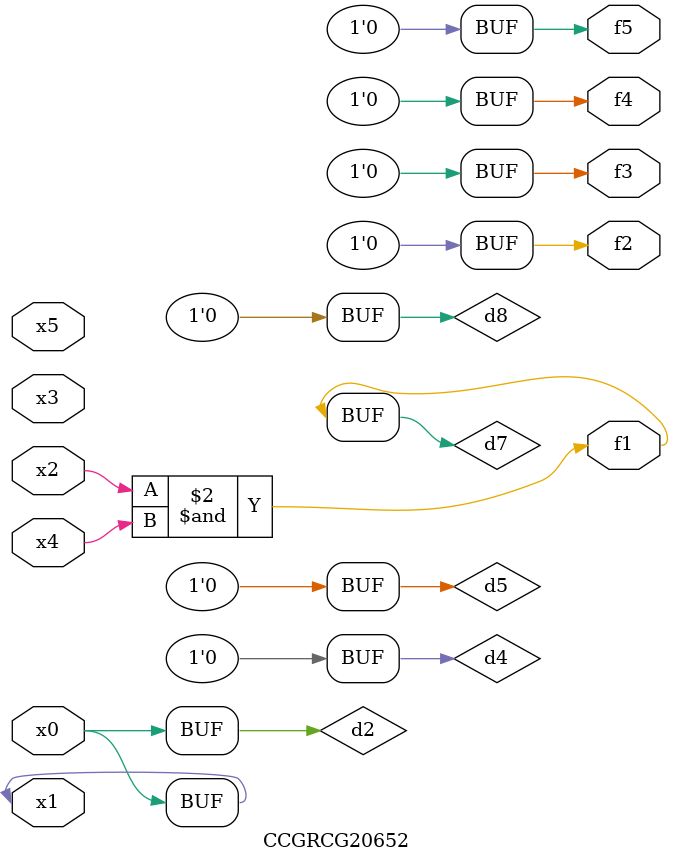
<source format=v>
module CCGRCG20652(
	input x0, x1, x2, x3, x4, x5,
	output f1, f2, f3, f4, f5
);

	wire d1, d2, d3, d4, d5, d6, d7, d8, d9;

	nand (d1, x1);
	buf (d2, x0, x1);
	nand (d3, x2, x4);
	and (d4, d1, d2);
	and (d5, d1, d2);
	nand (d6, d1, d3);
	not (d7, d3);
	xor (d8, d5);
	nor (d9, d5, d6);
	assign f1 = d7;
	assign f2 = d8;
	assign f3 = d8;
	assign f4 = d8;
	assign f5 = d8;
endmodule

</source>
